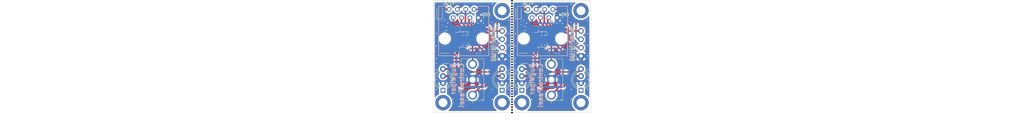
<source format=kicad_pcb>
(kicad_pcb (version 20221018) (generator pcbnew)
  (layers (0 "F.Cu" signal) (31 "B.Cu" signal) (34 "B.Paste" user) (35 "F.Paste" user) (36 "B.SilkS" user "B.Silkscreen") (37 "F.SilkS" user "F.Silkscreen") (38 "B.Mask" user) (39 "F.Mask" user) (44 "Edge.Cuts" user))
  (net 0 "")
  (net 1 "Board_0-+5V")
  (net 2 "Board_0-GND1")
  (net 3 "Board_0-IN1")
  (net 4 "Board_0-IN2")
  (net 5 "Board_0-IN3")
  (net 6 "Board_0-IN4")
  (net 7 "Board_0-Net-(D2-K)")
  (net 8 "Board_0-Net-(U1-VIN)")
  (net 9 "Board_0-OUT1")
  (net 10 "Board_0-OUT2")
  (net 11 "Board_0-OUT_1")
  (net 12 "Board_0-V_IN")
  (net 13 "Board_0-unconnected-(D1-DO-Pad1)")
  (net 14 "Board_0-unconnected-(D3-DO-Pad1)")
  (net 15 "Board_0-unconnected-(U2-NC-Pad1)")
  (net 16 "Board_1-+5V")
  (net 17 "Board_1-GND1")
  (net 18 "Board_1-IN1")
  (net 19 "Board_1-IN2")
  (net 20 "Board_1-IN3")
  (net 21 "Board_1-IN4")
  (net 22 "Board_1-Net-(D2-K)")
  (net 23 "Board_1-Net-(U1-VIN)")
  (net 24 "Board_1-OUT1")
  (net 25 "Board_1-OUT2")
  (net 26 "Board_1-OUT_1")
  (net 27 "Board_1-V_IN")
  (net 28 "Board_1-unconnected-(D1-DO-Pad1)")
  (net 29 "Board_1-unconnected-(D3-DO-Pad1)")
  (net 30 "Board_1-unconnected-(U2-NC-Pad1)")
  (footprint "NPTH" (layer "F.Cu") (at 148.5 35.380953)
    (fp_text reference "KiKit_MB_1_20" hide)
    (fp_text value "NPTH" hide)
  )
  (footprint "Package_TO_SOT_SMD:SOT-23-5" (layer "F.Cu") (at 152.5 37.5)
    (fp_text reference "U2" hide)
    (fp_text value "SN74LV1T34DBV" hide)
  )
  (footprint "NPTH" (layer "F.Cu") (at 148.5 32.142858)
    (fp_text reference "KiKit_MB_1_16" hide)
    (fp_text value "NPTH" hide)
  )
  (footprint "BugWiper_lib:100SP4T1B4M2QE" (layer "F.Cu") (at 160.5 44 90)
    (fp_text reference "S1" hide)
    (fp_text value "100SP4T1B4M2QE" hide)
  )
  (footprint "NPTH" (layer "F.Cu") (at 148.5 52.380952)
    (fp_text reference "KiKit_MB_1_41" hide)
    (fp_text value "NPTH" hide)
  )
  (footprint "Package_TO_SOT_SMD:SOT-89-3" (layer "F.Cu") (at 157.75 31.739)
    (fp_text reference "U1" hide)
    (fp_text value "AP2204R-5.0" hide)
  )
  (footprint "NPTH" (layer "F.Cu") (at 148.5 45.904761)
    (fp_text reference "KiKit_MB_1_33" hide)
    (fp_text value "NPTH" hide)
  )
  (footprint "NPTH" (layer "F.Cu") (at 148.5 25.666667)
    (fp_text reference "KiKit_MB_1_8" hide)
    (fp_text value "NPTH" hide)
  )
  (footprint "NPTH" (layer "F.Cu") (at 148.5 37.809523)
    (fp_text reference "KiKit_MB_1_23" hide)
    (fp_text value "NPTH" hide)
  )
  (footprint "NPTH" (layer "F.Cu") (at 148.5 39.428571)
    (fp_text reference "KiKit_MB_1_25" hide)
    (fp_text value "NPTH" hide)
  )
  (footprint "NPTH" (layer "F.Cu") (at 148.5 42.666666)
    (fp_text reference "KiKit_MB_1_29" hide)
    (fp_text value "NPTH" hide)
  )
  (footprint "NPTH" (layer "F.Cu") (at 148.5 31.333334)
    (fp_text reference "KiKit_MB_1_15" hide)
    (fp_text value "NPTH" hide)
  )
  (footprint "Package_TO_SOT_SMD:SOT-23-5" (layer "F.Cu") (at 128.5 37.5)
    (fp_text reference "U2" hide)
    (fp_text value "SN74LV1T34DBV" hide)
  )
  (footprint "Diode_SMD:D_SOD-323_HandSoldering" (layer "F.Cu") (at 150.47 23.5 90)
    (fp_text reference "D2" hide)
    (fp_text value "CUS15S30,H3F" hide)
  )
  (footprint "BugWiper_lib:100SP4T1B4M2QE" (layer "F.Cu") (at 136.5 44 90)
    (fp_text reference "S1" hide)
    (fp_text value "100SP4T1B4M2QE" hide)
  )
  (footprint "Inductor_SMD:L_0805_2012Metric" (layer "F.Cu") (at 128.5 28.438)
    (fp_text reference "L1" hide)
    (fp_text value "L_Ferrite" hide)
  )
  (footprint "NPTH" (layer "F.Cu") (at 148.5 21.619048)
    (fp_text reference "KiKit_MB_1_3" hide)
    (fp_text value "NPTH" hide)
  )
  (footprint "NPTH" (layer "F.Cu") (at 148.5 38.619047)
    (fp_text reference "KiKit_MB_1_24" hide)
    (fp_text value "NPTH" hide)
  )
  (footprint "MountingHole:MountingHole_2.7mm_M2.5_DIN965_Pad" (layer "F.Cu") (at 145.5 23)
    (fp_text reference "H1" hide)
    (fp_text value "MountingHole" hide)
  )
  (footprint "NPTH" (layer "F.Cu") (at 148.5 20.809524)
    (fp_text reference "KiKit_MB_1_2" hide)
    (fp_text value "NPTH" hide)
  )
  (footprint "MountingHole:MountingHole_2.7mm_M2.5_DIN965_Pad" (layer "F.Cu") (at 151.5 51)
    (fp_text reference "H2" hide)
    (fp_text value "MountingHole" hide)
  )
  (footprint "NPTH" (layer "F.Cu") (at 148.5 43.47619)
    (fp_text reference "KiKit_MB_1_30" hide)
    (fp_text value "NPTH" hide)
  )
  (footprint "NPTH" (layer "F.Cu") (at 148.5 20)
    (fp_text reference "KiKit_MB_1_1" hide)
    (fp_text value "NPTH" hide)
  )
  (footprint "NPTH" (layer "F.Cu") (at 148.5 40.238095)
    (fp_text reference "KiKit_MB_1_26" hide)
    (fp_text value "NPTH" hide)
  )
  (footprint "LED_THT:LED_D5.0mm-4_RGB_Wide_Pins" (layer "F.Cu") (at 127.5 44 90)
    (fp_text reference "D1" hide)
    (fp_text value "APA-106-F5" hide)
  )
  (footprint "Capacitor_SMD:C_0603_1608Metric" (layer "F.Cu") (at 132.5 28.438)
    (fp_text reference "C1" hide)
    (fp_text value "100nF" hide)
  )
  (footprint "MountingHole:MountingHole_2.7mm_M2.5_DIN965_Pad" (layer "F.Cu") (at 169.5 23)
    (fp_text reference "H1" hide)
    (fp_text value "MountingHole" hide)
  )
  (footprint "MountingHole:MountingHole_2.7mm_M2.5_DIN965_Pad" (layer "F.Cu") (at 145.5 51)
    (fp_text reference "H3" hide)
    (fp_text value "MountingHole" hide)
  )
  (footprint "Package_TO_SOT_SMD:SOT-89-3" (layer "F.Cu") (at 133.75 31.739)
    (fp_text reference "U1" hide)
    (fp_text value "AP2204R-5.0" hide)
  )
  (footprint "NPTH" (layer "F.Cu") (at 148.5 47.523809)
    (fp_text reference "KiKit_MB_1_35" hide)
    (fp_text value "NPTH" hide)
  )
  (footprint "NPTH" (layer "F.Cu") (at 148.5 27.285715)
    (fp_text reference "KiKit_MB_1_10" hide)
    (fp_text value "NPTH" hide)
  )
  (footprint "NPTH" (layer "F.Cu") (at 148.5 26.476191)
    (fp_text reference "KiKit_MB_1_9" hide)
    (fp_text value "NPTH" hide)
  )
  (footprint "NPTH" (layer "F.Cu") (at 148.5 34.571429)
    (fp_text reference "KiKit_MB_1_19" hide)
    (fp_text value "NPTH" hide)
  )
  (footprint "NPTH" (layer "F.Cu") (at 148.5 44.285714)
    (fp_text reference "KiKit_MB_1_31" hide)
    (fp_text value "NPTH" hide)
  )
  (footprint "NPTH" (layer "F.Cu") (at 148.5 37)
    (fp_text reference "KiKit_MB_1_22" hide)
    (fp_text value "NPTH" hide)
  )
  (footprint "NPTH" (layer "F.Cu") (at 148.5 22.428572)
    (fp_text reference "KiKit_MB_1_4" hide)
    (fp_text value "NPTH" hide)
  )
  (footprint "Capacitor_SMD:C_0603_1608Metric" (layer "F.Cu") (at 156.5 35)
    (fp_text reference "C2" hide)
    (fp_text value "470nF" hide)
  )
  (footprint "NPTH" (layer "F.Cu") (at 148.5 48.333333)
    (fp_text reference "KiKit_MB_1_36" hide)
    (fp_text value "NPTH" hide)
  )
  (footprint "Capacitor_SMD:C_0603_1608Metric" (layer "F.Cu") (at 127.273 26.787)
    (fp_text reference "C3" hide)
    (fp_text value "100nF" hide)
  )
  (footprint "MountingHole:MountingHole_2.7mm_M2.5_DIN965_Pad" (layer "F.Cu") (at 127.5 51)
    (fp_text reference "H2" hide)
    (fp_text value "MountingHole" hide)
  )
  (footprint "NPTH" (layer "F.Cu") (at 148.5 45.095238)
    (fp_text reference "KiKit_MB_1_32" hide)
    (fp_text value "NPTH" hide)
  )
  (footprint "NPTH" (layer "F.Cu") (at 148.5 36.190477)
    (fp_text reference "KiKit_MB_1_21" hide)
    (fp_text value "NPTH" hide)
  )
  (footprint "NPTH" (layer "F.Cu") (at 148.5 32.952381)
    (fp_text reference "KiKit_MB_1_17" hide)
    (fp_text value "NPTH" hide)
  )
  (footprint "NPTH" (layer "F.Cu") (at 148.5 41.857142)
    (fp_text reference "KiKit_MB_1_28" hide)
    (fp_text value "NPTH" hide)
  )
  (footprint "NPTH" (layer "F.Cu") (at 148.5 50.761904)
    (fp_text reference "KiKit_MB_1_39" hide)
    (fp_text value "NPTH" hide)
  )
  (footprint "NPTH" (layer "F.Cu") (at 148.5 24.857143)
    (fp_text reference "KiKit_MB_1_7" hide)
    (fp_text value "NPTH" hide)
  )
  (footprint "NPTH" (layer "F.Cu") (at 148.5 24.04762)
    (fp_text reference "KiKit_MB_1_6" hide)
    (fp_text value "NPTH" hide)
  )
  (footprint "NPTH" (layer "F.Cu") (at 148.5 30.52381)
    (fp_text reference "KiKit_MB_1_14" hide)
    (fp_text value "NPTH" hide)
  )
  (footprint "Capacitor_SMD:C_0603_1608Metric" (layer "F.Cu") (at 151.273 26.787)
    (fp_text reference "C3" hide)
    (fp_text value "100nF" hide)
  )
  (footprint "NPTH" (layer "F.Cu") (at 148.5 23.238096)
    (fp_text reference "KiKit_MB_1_5" hide)
    (fp_text value "NPTH" hide)
  )
  (footprint "LED_THT:LED_D5.0mm-4_RGB_Wide_Pins" (layer "F.Cu") (at 145.5 44 90)
    (fp_text reference "D3" hide)
    (fp_text value "APA-106-F5" hide)
  )
  (footprint "NPTH" (layer "F.Cu") (at 148.5 46.714285)
    (fp_text reference "KiKit_MB_1_34" hide)
    (fp_text value "NPTH" hide)
  )
  (footprint "NPTH" (layer "F.Cu") (at 148.5 28.095239)
    (fp_text reference "KiKit_MB_1_11" hide)
    (fp_text value "NPTH" hide)
  )
  (footprint "LED_THT:LED_D5.0mm-4_RGB_Wide_Pins" (layer "F.Cu") (at 151.5 44 90)
    (fp_text reference "D1" hide)
    (fp_text value "APA-106-F5" hide)
  )
  (footprint "NPTH" (layer "F.Cu") (at 148.5 49.95238)
    (fp_text reference "KiKit_MB_1_38" hide)
    (fp_text value "NPTH" hide)
  )
  (footprint "Capacitor_SMD:C_0603_1608Metric" (layer "F.Cu") (at 132.5 35)
    (fp_text reference "C2" hide)
    (fp_text value "470nF" hide)
  )
  (footprint "Diode_SMD:D_SOD-323_HandSoldering" (layer "F.Cu") (at 126.47 23.5 90)
    (fp_text reference "D2" hide)
    (fp_text value "CUS15S30,H3F" hide)
  )
  (footprint "NPTH" (layer "F.Cu") (at 148.5 28.904762)
    (fp_text reference "KiKit_MB_1_12" hide)
    (fp_text value "NPTH" hide)
  )
  (footprint "Inductor_SMD:L_0805_2012Metric" (layer "F.Cu") (at 152.5 28.438)
    (fp_text reference "L1" hide)
    (fp_text value "L_Ferrite" hide)
  )
  (footprint "Capacitor_SMD:C_0603_1608Metric" (layer "F.Cu") (at 156.5 28.438)
    (fp_text reference "C1" hide)
    (fp_text value "100nF" hide)
  )
  (footprint "NPTH" (layer "F.Cu") (at 148.5 51.571428)
    (fp_text reference "KiKit_MB_1_40" hide)
    (fp_text value "NPTH" hide)
  )
  (footprint "NPTH" (layer "F.Cu") (at 148.5 49.142857)
    (fp_text reference "KiKit_MB_1_37" hide)
    (fp_text value "NPTH" hide)
  )
  (footprint "NPTH" (layer "F.Cu") (at 148.5 33.761905)
    (fp_text reference "KiKit_MB_1_18" hide)
    (fp_text value "NPTH" hide)
  )
  (footprint "LED_THT:LED_D5.0mm-4_RGB_Wide_Pins" (layer "F.Cu") (at 169.5 44 90)
    (fp_text reference "D3" hide)
    (fp_text value "APA-106-F5" hide)
  )
  (footprint "NPTH" (layer "F.Cu") (at 148.5 53.190476)
    (fp_text reference "KiKit_MB_1_42" hide)
    (fp_text value "NPTH" hide)
  )
  (footprint "NPTH" (layer "F.Cu") (at 148.5 29.714286)
    (fp_text reference "KiKit_MB_1_13" hide)
    (fp_text value "NPTH" hide)
  )
  (footprint "MountingHole:MountingHole_2.7mm_M2.5_DIN965_Pad" (layer "F.Cu") (at 169.5 51)
    (fp_text reference "H3" hide)
    (fp_text value "MountingHole" hide)
  )
  (footprint "NPTH" (layer "F.Cu") (at 148.5 54)
    (fp_text reference "KiKit_MB_1_43" hide)
    (fp_text value "NPTH" hide)
  )
  (footprint "NPTH" (layer "F.Cu") (at 148.5 41.047619)
    (fp_text reference "KiKit_MB_1_27" hide)
    (fp_text value "NPTH" hide)
  )
  (footprint "Connector_PinHeader_2.54mm:PinHeader_1x04_P2.54mm_Vertical" (layer "B.Cu") (at 169.5 36.8)
    (fp_text reference "J2" hide)
    (fp_text value "Conn_01x03_Socket" hide)
  )
  (footprint "BugWiper_lib:MJ3415882" (layer "B.Cu") (at 138.23 25.15 180)
    (fp_text reference "J1" hide)
    (fp_text value "RJ45" hide)
  )
  (footprint "BugWiper_lib:MJ3415882" (layer "B.Cu") (at 162.23 25.15 180)
    (fp_text reference "J1" hide)
    (fp_text value "RJ45" hide)
  )
  (footprint "Connector_PinHeader_2.54mm:PinHeader_1x04_P2.54mm_Vertical" (layer "B.Cu") (at 145.5 36.8)
    (fp_text reference "J2" hide)
    (fp_text value "Conn_01x03_Socket" hide)
  )
  (gr_line (start 172.499999 20.006111) (end 172.499876 20.001098) (stroke (width 0.1)) (layer "Edge.Cuts"))
  (gr_line (start 172.493888 53.999999) (end 172.498901 53.999876) (stroke (width 0.1)) (layer "Edge.Cuts"))
  (gr_line (start 124.506111 20) (end 124.501098 20.000123) (stroke (width 0.1)) (layer "Edge.Cuts"))
  (gr_line (start 124.501098 53.999876) (end 124.506111 53.999999) (stroke (width 0.1)) (layer "Edge.Cuts"))
  (gr_line (start 124.5 53.993888) (end 124.500123 53.998901) (stroke (width 0.1)) (layer "Edge.Cuts"))
  (gr_line (start 172.493863 20) (end 124.506136 20) (stroke (width 0.1)) (layer "Edge.Cuts"))
  (gr_line (start 172.5 53.993863) (end 172.5 20.006136) (stroke (width 0.1)) (layer "Edge.Cuts"))
  (gr_line (start 124.5 20.006136) (end 124.5 53.993863) (stroke (width 0.1)) (layer "Edge.Cuts"))
  (gr_line (start 172.498901 20.000123) (end 172.493888 20) (stroke (width 0.1)) (layer "Edge.Cuts"))
  (gr_line (start 124.506136 54) (end 172.493863 54) (stroke (width 0.1)) (layer "Edge.Cuts"))
  (gr_line (start 172.499876 53.998901) (end 172.499999 53.993888) (stroke (width 0.1)) (layer "Edge.Cuts"))
  (gr_line (start 124.500123 20.001098) (end 124.5 20.006111) (stroke (width 0.1)) (layer "Edge.Cuts"))
  (gr_text "BugWiper" (at 131.472 38.852 90) (layer "B.SilkS") (effects (font (size 1.5 1.4) (thickness 0.3) bold) (justify left bottom mirror)))
  (gr_text "IN4|IN3|O2|GND" (at 143.25 27.75 90) (layer "B.SilkS") (effects (font (size 1.1 0.82) (thickness 0.15) bold) (justify left bottom mirror)))
  (gr_text "BugWiper" (at 155.472 38.852 90) (layer "B.SilkS") (effects (font (size 1.5 1.4) (thickness 0.3) bold) (justify left bottom mirror)))
  (gr_text "IN4|IN3|O2|GND" (at 167.25 27.75 90) (layer "B.SilkS") (effects (font (size 1.1 0.82) (thickness 0.15) bold) (justify left bottom mirror)))
  (gr_text "ControlPanel" (at 134.012 38.852 90) (layer "B.SilkS") (effects (font (size 1.5 1.4) (thickness 0.3) bold) (justify left bottom mirror)))
  (gr_text "ControlPanel" (at 158.012 38.852 90) (layer "B.SilkS") (effects (font (size 1.5 1.4) (thickness 0.3) bold) (justify left bottom mirror)))
  (gr_text "+12V" (at 155.25 20.25 180) (layer "F.SilkS") (effects (font (size 1 0.8) (thickness 0.15) bold) (justify left bottom)))
  (gr_text "+12V" (at 131.25 20.25 180) (layer "F.SilkS") (effects (font (size 1 0.8) (thickness 0.15) bold) (justify left bottom)))
  (gr_text "GND|O2|IN3|IN4" (at 143.75 38.5 90) (layer "F.SilkS") (effects (font (size 1.1 0.82) (thickness 0.15) bold) (justify left bottom)))
  (gr_text "GND|O2|IN3|IN4" (at 167.75 38.5 90) (layer "F.SilkS") (effects (font (size 1.1 0.82) (thickness 0.15) bold) (justify left bottom)))
  (gr_text "GND" (at 142 23.5 180) (layer "F.SilkS") (effects (font (size 1 0.8) (thickness 0.15) bold) (justify left bottom)))
  (gr_text "GND" (at 166 23.5 180) (layer "F.SilkS") (effects (font (size 1 0.8) (thickness 0.15) bold) (justify left bottom)))
  (segment (start 129.6875 36.5) (end 129.6375 36.55) (width 0.7) (layer "F.Cu") (net 1))
  (segment (start 131.5356 36.55) (end 129.6375 36.55) (width 0.7) (layer "F.Cu") (net 1))
  (segment (start 131.5856 43) (end 131.5061 42.9205) (width 0.7) (layer "F.Cu") (net 1))
  (segment (start 131.5856 39.5) (end 131.5856 44.8156) (width 0.7) (layer "F.Cu") (net 1))
  (segment (start 131.8 33.239) (end 131.8 34.925) (width 0.7) (layer "F.Cu") (net 1))
  (segment (start 131.725 35) (end 131.725 36.3606) (width 0.7) (layer "F.Cu") (net 1))
  (segment (start 131.5856 36.5) (end 129.6875 36.5) (width 0.7) (layer "F.Cu") (net 1))
  (segment (start 131.5061 42.9205) (end 127.5 42.9205) (width 0.7) (layer "F.Cu") (net 1))
  (segment (start 140.1 46.218) (end 143.3975 42.9205) (width 0.7) (layer "F.Cu") (net 1))
  (segment (start 143.3975 42.9205) (end 145.0555 42.9205) (width 0.7) (layer "F.Cu") (net 1))
  (segment (start 131.8 34.925) (end 131.725 35) (width 0.7) (layer "F.Cu") (net 1))
  (segment (start 131.725 36.3606) (end 131.5356 36.55) (width 0.7) (layer "F.Cu") (net 1))
  (segment (start 145.0555 42.9205) (end 145.5 43.365) (width 0.7) (layer "F.Cu") (net 1))
  (segment (start 131.5856 44.8156) (end 132.988 46.218) (width 0.7) (layer "F.Cu") (net 1))
  (via (at 132.988 46.218) (size 0.6) (drill 0.3) (layers "F.Cu" "B.Cu") (net 1))
  (via (at 131.5856 36.5) (size 0.6) (drill 0.3) (layers "F.Cu" "B.Cu") (net 1))
  (via (at 140.1 46.218) (size 0.6) (drill 0.3) (layers "F.Cu" "B.Cu") (net 1))
  (via (at 131.5856 39.5) (size 0.6) (drill 0.3) (layers "F.Cu" "B.Cu") (net 1))
  (segment (start 132.988 46.218) (end 140.1 46.218) (width 0.7) (layer "B.Cu") (net 1))
  (segment (start 131.5856 39.5) (end 131.5856 36.5) (width 0.7) (layer "B.Cu") (net 1))
  (segment (start 132.582 31.739) (end 133.275 31.046) (width 0.7) (layer "F.Cu") (net 2))
  (segment (start 131.8875 31.739) (end 132.582 31.739) (width 0.7) (layer "F.Cu") (net 2))
  (segment (start 133.275 31.046) (end 133.275 28.437) (width 0.7) (layer "F.Cu") (net 2))
  (via (at 133.5 50) (size 0.6) (drill 0.3) (layers "F.Cu" "B.Cu") (net 2))
  (via (at 142.5 47) (size 0.6) (drill 0.3) (layers "F.Cu" "B.Cu") (net 2))
  (via (at 143.5 36.75) (size 0.6) (drill 0.3) (layers "F.Cu" "B.Cu") (net 2))
  (via (at 139.8 25.135) (size 0.6) (drill 0.3) (layers "F.Cu" "B.Cu") (net 2))
  (via (at 128.924 26.787) (size 0.6) (drill 0.3) (layers "F.Cu" "B.Cu") (net 2))
  (via (at 134.5 30.5) (size 0.6) (drill 0.3) (layers "F.Cu" "B.Cu") (net 2))
  (via (at 147.5 30) (size 0.6) (drill 0.3) (layers "F.Cu" "B.Cu") (net 2))
  (via (at 133.5 29.5) (size 0.6) (drill 0.3) (layers "F.Cu" "B.Cu") (net 2))
  (via (at 134.512 42.662) (size 0.6) (drill 0.3) (layers "F.Cu" "B.Cu") (net 2))
  (via (at 139.5 50) (size 0.6) (drill 0.3) (layers "F.Cu" "B.Cu") (net 2))
  (via (at 147.5 26) (size 0.6) (drill 0.3) (layers "F.Cu" "B.Cu") (net 2))
  (via (at 147.5 41) (size 0.6) (drill 0.3) (layers "F.Cu" "B.Cu") (net 2))
  (via (at 125.5 41) (size 0.6) (drill 0.3) (layers "F.Cu" "B.Cu") (net 2))
  (via (at 125.5 47) (size 0.6) (drill 0.3) (layers "F.Cu" "B.Cu") (net 2))
  (via (at 142.5 26.5) (size 0.6) (drill 0.3) (layers "F.Cu" "B.Cu") (net 2))
  (via (at 147.5 47) (size 0.6) (drill 0.3) (layers "F.Cu" "B.Cu") (net 2))
  (via (at 125.5 44) (size 0.6) (drill 0.3) (layers "F.Cu" "B.Cu") (net 2))
  (via (at 127.75 21) (size 0.6) (drill 0.3) (layers "F.Cu" "B.Cu") (net 2))
  (via (at 128.035 25.898) (size 0.6) (drill 0.3) (layers "F.Cu" "B.Cu") (net 2))
  (via (at 125.5 37.5) (size 0.6) (drill 0.3) (layers "F.Cu" "B.Cu") (net 2))
  (via (at 137.75 36) (size 0.6) (drill 0.3) (layers "F.Cu" "B.Cu") (net 2))
  (via (at 147.5 33.5) (size 0.6) (drill 0.3) (layers "F.Cu" "B.Cu") (net 2))
  (via (at 142.5 35.5) (size 0.6) (drill 0.3) (layers "F.Cu" "B.Cu") (net 2))
  (via (at 142.5 21) (size 0.6) (drill 0.3) (layers "F.Cu" "B.Cu") (net 2))
  (via (at 125.5 39) (size 0.6) (drill 0.3) (layers "F.Cu" "B.Cu") (net 2))
  (via (at 134.512 45.202) (size 0.6) (drill 0.3) (layers "F.Cu" "B.Cu") (net 2))
  (via (at 142.5 50) (size 0.6) (drill 0.3) (layers "F.Cu" "B.Cu") (net 2))
  (via (at 125.5 30) (size 0.6) (drill 0.3) (layers "F.Cu" "B.Cu") (net 2))
  (via (at 133.5 30.5) (size 0.6) (drill 0.3) (layers "F.Cu" "B.Cu") (net 2))
  (via (at 133.5 33.5) (size 0.6) (drill 0.3) (layers "F.Cu" "B.Cu") (net 2))
  (via (at 135.5 33.5) (size 0.6) (drill 0.3) (layers "F.Cu" "B.Cu") (net 2))
  (via (at 134.5 33.5) (size 0.6) (drill 0.3) (layers "F.Cu" "B.Cu") (net 2))
  (via (at 138.2 26.8) (size 0.6) (drill 0.3) (layers "F.Cu" "B.Cu") (net 2))
  (via (at 139.8 26.8) (size 0.6) (drill 0.3) (layers "F.Cu" "B.Cu") (net 2))
  (via (at 138.75 36) (size 0.6) (drill 0.3) (layers "F.Cu" "B.Cu") (net 2))
  (via (at 147.5 36.75) (size 0.6) (drill 0.3) (layers "F.Cu" "B.Cu") (net 2))
  (via (at 134.5 34.5) (size 0.6) (drill 0.3) (layers "F.Cu" "B.Cu") (net 2))
  (via (at 130.5 50) (size 0.6) (drill 0.3) (layers "F.Cu" "B.Cu") (net 2))
  (via (at 138.576 45.202) (size 0.6) (drill 0.3) (layers "F.Cu" "B.Cu") (net 2))
  (via (at 147.5 44) (size 0.6) (drill 0.3) (layers "F.Cu" "B.Cu") (net 2))
  (via (at 125.5 33.75) (size 0.6) (drill 0.3) (layers "F.Cu" "B.Cu") (net 2))
  (via (at 138.576 42.662) (size 0.6) (drill 0.3) (layers "F.Cu" "B.Cu") (net 2))
  (segment (start 137.25 29.4888) (end 137.25 29.5) (width 0.5) (layer "F.Cu") (net 3))
  (segment (start 140 45.048) (end 136.848 48.2) (width 0.5) (layer "F.Cu") (net 3))
  (segment (start 137.25 29.5) (end 137.375 29.625) (width 0.5) (layer "F.Cu") (net 3))
  (segment (start 137.375 32.875) (end 140 35.5) (width 0.5) (layer "F.Cu") (net 3))
  (segment (start 136.848 48.2) (end 136.5 48.2) (width 0.5) (layer "F.Cu") (net 3))
  (segment (start 134.323 22.798) (end 134.323 26.5618) (width 0.5) (layer "F.Cu") (net 3))
  (segment (start 140 35.5) (end 140 45.048) (width 0.5) (layer "F.Cu") (net 3))
  (segment (start 137.375 29.625) (end 137.375 32.875) (width 0.5) (layer "F.Cu") (net 3))
  (segment (start 134.323 26.5618) (end 137.25 29.4888) (width 0.5) (layer "F.Cu") (net 3))
  (segment (start 134.135 22.61) (end 134.323 22.798) (width 0.5) (layer "F.Cu") (net 3))
  (segment (start 133.074 25.359) (end 133.074 26.50595) (width 0.5) (layer "F.Cu") (net 4))
  (segment (start 132.865 25.15) (end 133.074 25.359) (width 0.5) (layer "F.Cu") (net 4))
  (segment (start 136.5 29.93195) (end 136.5 38.8) (width 0.5) (layer "F.Cu") (net 4))
  (segment (start 133.074 26.50595) (end 136.5 29.93195) (width 0.5) (layer "F.Cu") (net 4))
  (segment (start 133.49 21) (end 131.88 22.61) (width 0.5) (layer "F.Cu") (net 5))
  (segment (start 144 27.5) (end 144 26.2) (width 0.5) (layer "F.Cu") (net 5))
  (segment (start 138.8 21) (end 133.49 21) (width 0.5) (layer "F.Cu") (net 5))
  (segment (start 144 26.2) (end 138.8 21) (width 0.5) (layer "F.Cu") (net 5))
  (via (at 144 27.5) (size 0.8) (drill 0.4) (layers "F.Cu" "B.Cu") (net 5))
  (segment (start 144.72 31.72) (end 145.5 31.72) (width 0.5) (layer "B.Cu") (net 5))
  (segment (start 144 27.5) (end 144 31) (width 0.5) (layer "B.Cu") (net 5))
  (segment (start 144 31) (end 144.72 31.72) (width 0.5) (layer "B.Cu") (net 5))
  (segment (start 136.45 26.65) (end 138.3 28.5) (width 0.5) (layer "F.Cu") (net 6))
  (segment (start 140.889949 28.5) (end 141.589949 29.2) (width 0.5) (layer "F.Cu") (net 6))
  (segment (start 145.48 29.2) (end 145.5 29.18) (width 0.5) (layer "F.Cu") (net 6))
  (segment (start 138.3 28.5) (end 140.889949 28.5) (width 0.5) (layer "F.Cu") (net 6))
  (segment (start 141.589949 29.2) (end 145.48 29.2) (width 0.5) (layer "F.Cu") (net 6))
  (segment (start 136.45 26.398959) (end 136.45 26.65) (width 0.5) (layer "F.Cu") (net 6))
  (via (at 136.45 26.398959) (size 0.8) (drill 0.4) (layers "F.Cu" "B.Cu") (net 6))
  (segment (start 136.030959 26.818) (end 131.272 26.818) (width 0.5) (layer "B.Cu") (net 6))
  (segment (start 136.45 26.398959) (end 136.030959 26.818) (width 0.5) (layer "B.Cu") (net 6))
  (segment (start 130.61 25.15) (end 130.825 25.15) (width 0.5) (layer "B.Cu") (net 6))
  (segment (start 130.61 26.156) (end 130.61 25.15) (width 0.5) (layer "B.Cu") (net 6))
  (segment (start 131.272 26.818) (end 130.61 26.156) (width 0.5) (layer "B.Cu") (net 6))
  (segment (start 126.47 25.15) (end 126.47 27.4705) (width 0.7) (layer "F.Cu") (net 7))
  (segment (start 126.47 27.4705) (end 127.4375 28.438) (width 0.7) (layer "F.Cu") (net 7))
  (segment (start 131.75 30.189) (end 131.8 30.239) (width 0.7) (layer "F.Cu") (net 8))
  (segment (start 131.725 28.437) (end 131.75 28.462) (width 0.7) (layer "F.Cu") (net 8))
  (segment (start 131.75 28.462) (end 131.75 30.189) (width 0.7) (layer "F.Cu") (net 8))
  (segment (start 129.5635 28.057) (end 129.5635 28.437) (width 0.7) (layer "F.Cu") (net 8))
  (segment (start 129.5635 28.437) (end 131.725 28.437) (width 0.7) (layer "F.Cu") (net 8))
  (segment (start 132.774 37.5) (end 127.3625 37.5) (width 0.5) (layer "F.Cu") (net 9))
  (segment (start 139.1538 22.61) (end 136.96 22.61) (width 0.5) (layer "F.Cu") (net 9))
  (segment (start 141.5 28) (end 141.051167 27.551167) (width 0.5) (layer "F.Cu") (net 9))
  (segment (start 135.528 34.534) (end 135.528 34.746) (width 0.5) (layer "F.Cu") (net 9))
  (segment (start 135.528 34.746) (end 132.774 37.5) (width 0.5) (layer "F.Cu") (net 9))
  (segment (start 141.051167 27.551167) (end 141.051167 24.507367) (width 0.5) (layer "F.Cu") (net 9))
  (segment (start 141.051167 24.507367) (end 139.1538 22.61) (width 0.5) (layer "F.Cu") (net 9))
  (via (at 135.528 34.534) (size 0.6) (drill 0.3) (layers "F.Cu" "B.Cu") (net 9))
  (via (at 141.5 28) (size 0.6) (drill 0.3) (layers "F.Cu" "B.Cu") (net 9))
  (segment (start 141.625 32.380204) (end 139.471204 34.534) (width 0.5) (layer "B.Cu") (net 9))
  (segment (start 141.5 28) (end 141.625 28.125) (width 0.5) (layer "B.Cu") (net 9))
  (segment (start 139.471204 34.534) (end 135.528 34.534) (width 0.5) (layer "B.Cu") (net 9))
  (segment (start 141.625 28.125) (end 141.625 32.380204) (width 0.5) (layer "B.Cu") (net 9))
  (segment (start 140.6 29.2) (end 138 29.2) (width 0.5) (layer "F.Cu") (net 10))
  (segment (start 138 29.2) (end 135.4 26.6) (width 0.5) (layer "F.Cu") (net 10))
  (segment (start 135.4 26.6) (end 135.4 25.44) (width 0.5) (layer "F.Cu") (net 10))
  (segment (start 142 30.6) (end 140.6 29.2) (width 0.5) (layer "F.Cu") (net 10))
  (segment (start 142 31.76) (end 142 30.6) (width 0.5) (layer "F.Cu") (net 10))
  (segment (start 144.5 34.26) (end 142 31.76) (width 0.5) (layer "F.Cu") (net 10))
  (segment (start 145.5 34.26) (end 144.5 34.26) (width 0.5) (layer "F.Cu") (net 10))
  (segment (start 135.4 25.44) (end 135.69 25.15) (width 0.5) (layer "F.Cu") (net 10))
  (segment (start 144.5 34.26) (end 144.48 34.28) (width 0.5) (layer "B.Cu") (net 10))
  (segment (start 129.5 40.7615) (end 127.5 40.7615) (width 0.5) (layer "F.Cu") (net 11))
  (segment (start 144.6155 41.646) (end 145.5 40.7615) (width 0.5) (layer "F.Cu") (net 11))
  (segment (start 129.6375 38.45) (end 129.5 38.5875) (width 0.5) (layer "F.Cu") (net 11))
  (segment (start 135.274 41.646) (end 132.128 38.5) (width 0.5) (layer "F.Cu") (net 11))
  (segment (start 129.6875 38.5) (end 129.6375 38.45) (width 0.5) (layer "F.Cu") (net 11))
  (segment (start 137 41.646) (end 135.274 41.646) (width 0.5) (layer "F.Cu") (net 11))
  (segment (start 132.128 38.5) (end 129.6875 38.5) (width 0.5) (layer "F.Cu") (net 11))
  (segment (start 141 41.646) (end 144.6155 41.646) (width 0.5) (layer "F.Cu") (net 11))
  (segment (start 129.5 38.5875) (end 129.5 40.7615) (width 0.5) (layer "F.Cu") (net 11))
  (via (at 141 41.646) (size 0.6) (drill 0.3) (layers "F.Cu" "B.Cu") (net 11))
  (via (at 137 41.646) (size 0.6) (drill 0.3) (layers "F.Cu" "B.Cu") (net 11))
  (segment (start 137 41.646) (end 141 41.646) (width 0.5) (layer "B.Cu") (net 11))
  (segment (start 126.83 22.61) (end 129.055 22.61) (width 0.7) (layer "F.Cu") (net 12))
  (segment (start 126.47 22.25) (end 126.83 22.61) (width 0.7) (layer "F.Cu") (net 12))
  (segment (start 155.5856 39.5) (end 155.5856 44.8156) (width 0.7) (layer "F.Cu") (net 16))
  (segment (start 155.8 33.239) (end 155.8 34.925) (width 0.7) (layer "F.Cu") (net 16))
  (segment (start 169.0555 42.9205) (end 169.5 43.365) (width 0.7) (layer "F.Cu") (net 16))
  (segment (start 164.1 46.218) (end 167.3975 42.9205) (width 0.7) (layer "F.Cu") (net 16))
  (segment (start 155.5061 42.9205) (end 151.5 42.9205) (width 0.7) (layer "F.Cu") (net 16))
  (segment (start 167.3975 42.9205) (end 169.0555 42.9205) (width 0.7) (layer "F.Cu") (net 16))
  (segment (start 155.5856 44.8156) (end 156.988 46.218) (width 0.7) (layer "F.Cu") (net 16))
  (segment (start 155.725 35) (end 155.725 36.3606) (width 0.7) (layer "F.Cu") (net 16))
  (segment (start 155.8 34.925) (end 155.725 35) (width 0.7) (layer "F.Cu") (net 16))
  (segment (start 155.5856 36.5) (end 153.6875 36.5) (width 0.7) (layer "F.Cu") (net 16))
  (segment (start 155.5356 36.55) (end 153.6375 36.55) (width 0.7) (layer "F.Cu") (net 16))
  (segment (start 153.6875 36.5) (end 153.6375 36.55) (width 0.7) (layer "F.Cu") (net 16))
  (segment (start 155.725 36.3606) (end 155.5356 36.55) (width 0.7) (layer "F.Cu") (net 16))
  (segment (start 155.5856 43) (end 155.5061 42.9205) (width 0.7) (layer "F.Cu") (net 16))
  (via (at 164.1 46.218) (size 0.6) (drill 0.3) (layers "F.Cu" "B.Cu") (net 16))
  (via (at 156.988 46.218) (size 0.6) (drill 0.3) (layers "F.Cu" "B.Cu") (net 16))
  (via (at 155.5856 36.5) (size 0.6) (drill 0.3) (layers "F.Cu" "B.Cu") (net 16))
  (via (at 155.5856 39.5) (size 0.6) (drill 0.3) (layers "F.Cu" "B.Cu") (net 16))
  (segment (start 155.5856 39.5) (end 155.5856 36.5) (width 0.7) (layer "B.Cu") (net 16))
  (segment (start 156.988 46.218) (end 164.1 46.218) (width 0.7) (layer "B.Cu") (net 16))
  (segment (start 155.8875 31.739) (end 156.582 31.739) (width 0.7) (layer "F.Cu") (net 17))
  (segment (start 156.582 31.739) (end 157.275 31.046) (width 0.7) (layer "F.Cu") (net 17))
  (segment (start 157.275 31.046) (end 157.275 28.437) (width 0.7) (layer "F.Cu") (net 17))
  (via (at 171.5 33.5) (size 0.6) (drill 0.3) (layers "F.Cu" "B.Cu") (net 17))
  (via (at 171.5 44) (size 0.6) (drill 0.3) (layers "F.Cu" "B.Cu") (net 17))
  (via (at 171.5 47) (size 0.6) (drill 0.3) (layers "F.Cu" "B.Cu") (net 17))
  (via (at 163.5 50) (size 0.6) (drill 0.3) (layers "F.Cu" "B.Cu") (net 17))
  (via (at 158.5 33.5) (size 0.6) (drill 0.3) (layers "F.Cu" "B.Cu") (net 17))
  (via (at 158.5 34.5) (size 0.6) (drill 0.3) (layers "F.Cu" "B.Cu") (net 17))
  (via (at 157.5 29.5) (size 0.6) (drill 0.3) (layers "F.Cu" "B.Cu") (net 17))
  (via (at 149.5 33.75) (size 0.6) (drill 0.3) (layers "F.Cu" "B.Cu") (net 17))
  (via (at 151.75 21) (size 0.6) (drill 0.3) (layers "F.Cu" "B.Cu") (net 17))
  (via (at 158.512 42.662) (size 0.6) (drill 0.3) (layers "F.Cu" "B.Cu") (net 17))
  (via (at 166.5 21) (size 0.6) (drill 0.3) (layers "F.Cu" "B.Cu") (net 17))
  (via (at 158.5 30.5) (size 0.6) (drill 0.3) (layers "F.Cu" "B.Cu") (net 17))
  (via (at 166.5 47) (size 0.6) (drill 0.3) (layers "F.Cu" "B.Cu") (net 17))
  (via (at 157.5 30.5) (size 0.6) (drill 0.3) (layers "F.Cu" "B.Cu") (net 17))
  (via (at 149.5 44) (size 0.6) (drill 0.3) (layers "F.Cu" "B.Cu") (net 17))
  (via (at 163.8 26.8) (size 0.6) (drill 0.3) (layers "F.Cu" "B.Cu") (net 17))
  (via (at 171.5 26) (size 0.6) (drill 0.3) (layers "F.Cu" "B.Cu") (net 17))
  (via (at 162.576 45.202) (size 0.6) (drill 0.3) (layers "F.Cu" "B.Cu") (net 17))
  (via (at 154.5 50) (size 0.6) (drill 0.3) (layers "F.Cu" "B.Cu") (net 17))
  (via (at 152.924 26.787) (size 0.6) (drill 0.3) (layers "F.Cu" "B.Cu") (net 17))
  (via (at 171.5 41) (size 0.6) (drill 0.3) (layers "F.Cu" "B.Cu") (net 17))
  (via (at 161.75 36) (size 0.6) (drill 0.3) (layers "F.Cu" "B.Cu") (net 17))
  (via (at 157.5 33.5) (size 0.6) (drill 0.3) (layers "F.Cu" "B.Cu") (net 17))
  (via (at 163.8 25.135) (size 0.6) (drill 0.3) (layers "F.Cu" "B.Cu") (net 17))
  (via (at 162.2 26.8) (size 0.6) (drill 0.3) (layers "F.Cu" "B.Cu") (net 17))
  (via (at 162.576 42.662) (size 0.6) (drill 0.3) (layers "F.Cu" "B.Cu") (net 17))
  (via (at 149.5 41) (size 0.6) (drill 0.3) (layers "F.Cu" "B.Cu") (net 17))
  (via (at 171.5 36.75) (size 0.6) (drill 0.3) (layers "F.Cu" "B.Cu") (net 17))
  (via (at 166.5 26.5) (size 0.6) (drill 0.3) (layers "F.Cu" "B.Cu") (net 17))
  (via (at 149.5 30) (size 0.6) (drill 0.3) (layers "F.Cu" "B.Cu") (net 17))
  (via (at 171.5 30) (size 0.6) (drill 0.3) (layers "F.Cu" "B.Cu") (net 17))
  (via (at 162.75 36) (size 0.6) (drill 0.3) (layers "F.Cu" "B.Cu") (net 17))
  (via (at 158.512 45.202) (size 0.6) (drill 0.3) (layers "F.Cu" "B.Cu") (net 17))
  (via (at 149.5 39) (size 0.6) (drill 0.3) (layers "F.Cu" "B.Cu") (net 17))
  (via (at 159.5 33.5) (size 0.6) (drill 0.3) (layers "F.Cu" "B.Cu") (net 17))
  (via (at 149.5 47) (size 0.6) (drill 0.3) (layers "F.Cu" "B.Cu") (net 17))
  (via (at 152.035 25.898) (size 0.6) (drill 0.3) (layers "F.Cu" "B.Cu") (net 17))
  (via (at 157.5 50) (size 0.6) (drill 0.3) (layers "F.Cu" "B.Cu") (net 17))
  (via (at 167.5 36.75) (size 0.6) (drill 0.3) (layers "F.Cu" "B.Cu") (net 17))
  (via (at 166.5 35.5) (size 0.6) (drill 0.3) (layers "F.Cu" "B.Cu") (net 17))
  (via (at 166.5 50) (size 0.6) (drill 0.3) (layers "F.Cu" "B.Cu") (net 17))
  (via (at 149.5 37.5) (size 0.6) (drill 0.3) (layers "F.Cu" "B.Cu") (net 17))
  (segment (start 161.375 32.875) (end 164 35.5) (width 0.5) (layer "F.Cu") (net 18))
  (segment (start 161.25 29.4888) (end 161.25 29.5) (width 0.5) (layer "F.Cu") (net 18))
  (segment (start 158.323 22.798) (end 158.323 26.5618) (width 0.5) (layer "F.Cu") (net 18))
  (segment (start 161.25 29.5) (end 161.375 29.625) (width 0.5) (layer "F.Cu") (net 18))
  (segment (start 164 45.048) (end 160.848 48.2) (width 0.5) (layer "F.Cu") (net 18))
  (segment (start 161.375 29.625) (end 161.375 32.875) (width 0.5) (layer "F.Cu") (net 18))
  (segment (start 164 35.5) (end 164 45.048) (width 0.5) (layer "F.Cu") (net 18))
  (segment (start 160.848 48.2) (end 160.5 48.2) (width 0.5) (layer "F.Cu") (net 18))
  (segment (start 158.135 22.61) (end 158.323 22.798) (width 0.5) (layer "F.Cu") (net 18))
  (segment (start 158.323 26.5618) (end 161.25 29.4888) (width 0.5) (layer "F.Cu") (net 18))
  (segment (start 157.074 25.359) (end 157.074 26.50595) (width 0.5) (layer "F.Cu") (net 19))
  (segment (start 156.865 25.15) (end 157.074 25.359) (width 0.5) (layer "F.Cu") (net 19))
  (segment (start 160.5 29.93195) (end 160.5 38.8) (width 0.5) (layer "F.Cu") (net 19))
  (segment (start 157.074 26.50595) (end 160.5 29.93195) (width 0.5) (layer "F.Cu") (net 19))
  (segment (start 168 27.5) (end 168 26.2) (width 0.5) (layer "F.Cu") (net 20))
  (segment (start 157.49 21) (end 155.88 22.61) (width 0.5) (layer "F.Cu") (net 20))
  (segment (start 168 26.2) (end 162.8 21) (width 0.5) (layer "F.Cu") (net 20))
  (segment (start 162.8 21) (end 157.49 21) (width 0.5) (layer "F.Cu") (net 20))
  (via (at 168 27.5) (size 0.8) (drill 0.4) (layers "F.Cu" "B.Cu") (net 20))
  (segment (start 168.72 31.72) (end 169.5 31.72) (width 0.5) (layer "B.Cu") (net 20))
  (segment (start 168 31) (end 168.72 31.72) (width 0.5) (layer "B.Cu") (net 20))
  (segment (start 168 27.5) (end 168 31) (width 0.5) (layer "B.Cu") (net 20))
  (segment (start 169.48 29.2) (end 169.5 29.18) (width 0.5) (layer "F.Cu") (net 21))
  (segment (start 160.45 26.398959) (end 160.45 26.65) (width 0.5) (layer "F.Cu") (net 21))
  (segment (start 162.3 28.5) (end 164.889949 28.5) (width 0.5) (layer "F.Cu") (net 21))
  (segment (start 165.589949 29.2) (end 169.48 29.2) (width 0.5) (layer "F.Cu") (net 21))
  (segment (start 160.45 26.65) (end 162.3 28.5) (width 0.5) (layer "F.Cu") (net 21))
  (segment (start 164.889949 28.5) (end 165.589949 29.2) (width 0.5) (layer "F.Cu") (net 21))
  (via (at 160.45 26.398959) (size 0.8) (drill 0.4) (layers "F.Cu" "B.Cu") (net 21))
  (segment (start 160.030959 26.818) (end 155.272 26.818) (width 0.5) (layer "B.Cu") (net 21))
  (segment (start 160.45 26.398959) (end 160.030959 26.818) (width 0.5) (layer "B.Cu") (net 21))
  (segment (start 154.61 25.15) (end 154.825 25.15) (width 0.5) (layer "B.Cu") (net 21))
  (segment (start 155.272 26.818) (end 154.61 26.156) (width 0.5) (layer "B.Cu") (net 21))
  (segment (start 154.61 26.156) (end 154.61 25.15) (width 0.5) (layer "B.Cu") (net 21))
  (segment (start 150.47 27.4705) (end 151.4375 28.438) (width 0.7) (layer "F.Cu") (net 22))
  (segment (start 150.47 25.15) (end 150.47 27.4705) (width 0.7) (layer "F.Cu") (net 22))
  (segment (start 153.5635 28.437) (end 155.725 28.437) (width 0.7) (layer "F.Cu") (net 23))
  (segment (start 153.5635 28.057) (end 153.5635 28.437) (width 0.7) (layer "F.Cu") (net 23))
  (segment (start 155.75 28.462) (end 155.75 30.189) (width 0.7) (layer "F.Cu") (net 23))
  (segment (start 155.725 28.437) (end 155.75 28.462) (width 0.7) (layer "F.Cu") (net 23))
  (segment (start 155.75 30.189) (end 155.8 30.239) (width 0.7) (layer "F.Cu") (net 23))
  (segment (start 165.5 28) (end 165.051167 27.551167) (width 0.5) (layer "F.Cu") (net 24))
  (segment (start 159.528 34.746) (end 156.774 37.5) (width 0.5) (layer "F.Cu") (net 24))
  (segment (start 165.051167 24.507367) (end 163.1538 22.61) (width 0.5) (layer "F.Cu") (net 24))
  (segment (start 159.528 34.534) (end 159.528 34.746) (width 0.5) (layer "F.Cu") (net 24))
  (segment (start 165.051167 27.551167) (end 165.051167 24.507367) (width 0.5) (layer "F.Cu") (net 24))
  (segment (start 156.774 37.5) (end 151.3625 37.5) (width 0.5) (layer "F.Cu") (net 24))
  (segment (start 163.1538 22.61) (end 160.96 22.61) (width 0.5) (layer "F.Cu") (net 24))
  (via (at 159.528 34.534) (size 0.6) (drill 0.3) (layers "F.Cu" "B.Cu") (net 24))
  (via (at 165.5 28) (size 0.6) (drill 0.3) (layers "F.Cu" "B.Cu") (net 24))
  (segment (start 165.625 28.125) (end 165.625 32.380204) (width 0.5) (layer "B.Cu") (net 24))
  (segment (start 165.625 32.380204) (end 163.471204 34.534) (width 0.5) (layer "B.Cu") (net 24))
  (segment (start 165.5 28) (end 165.625 28.125) (width 0.5) (layer "B.Cu") (net 24))
  (segment (start 163.471204 34.534) (end 159.528 34.534) (width 0.5) (layer "B.Cu") (net 24))
  (segment (start 169.5 34.26) (end 168.5 34.26) (width 0.5) (layer "F.Cu") (net 25))
  (segment (start 166 31.76) (end 166 30.6) (width 0.5) (layer "F.Cu") (net 25))
  (segment (start 159.4 25.44) (end 159.69 25.15) (width 0.5) (layer "F.Cu") (net 25))
  (segment (start 159.4 26.6) (end 159.4 25.44) (width 0.5) (layer "F.Cu") (net 25))
  (segment (start 162 29.2) (end 159.4 26.6) (width 0.5) (layer "F.Cu") (net 25))
  (segment (start 168.5 34.26) (end 166 31.76) (width 0.5) (layer "F.Cu") (net 25))
  (segment (start 164.6 29.2) (end 162 29.2) (width 0.5) (layer "F.Cu") (net 25))
  (segment (start 166 30.6) (end 164.6 29.2) (width 0.5) (layer "F.Cu") (net 25))
  (segment (start 168.5 34.26) (end 168.48 34.28) (width 0.5) (layer "B.Cu") (net 25))
  (segment (start 161 41.646) (end 159.274 41.646) (width 0.5) (layer "F.Cu") (net 26))
  (segment (start 156.128 38.5) (end 153.6875 38.5) (width 0.5) (layer "F.Cu") (net 26))
  (segment (start 168.6155 41.646) (end 169.5 40.7615) (width 0.5) (layer "F.Cu") (net 26))
  (segment (start 153.6375 38.45) (end 153.5 38.5875) (width 0.5) (layer "F.Cu") (net 26))
  (segment (start 159.274 41.646) (end 156.128 38.5) (width 0.5) (layer "F.Cu") (net 26))
  (segment (start 165 41.646) (end 168.6155 41.646) (width 0.5) (layer "F.Cu") (net 26))
  (segment (start 153.5 40.7615) (end 151.5 40.7615) (width 0.5) (layer "F.Cu") (net 26))
  (segment (start 153.5 38.5875) (end 153.5 40.7615) (width 0.5) (layer "F.Cu") (net 26))
  (segment (start 153.6875 38.5) (end 153.6375 38.45) (width 0.5) (layer "F.Cu") (net 26))
  (via (at 165 41.646) (size 0.6) (drill 0.3) (layers "F.Cu" "B.Cu") (net 26))
  (via (at 161 41.646) (size 0.6) (drill 0.3) (layers "F.Cu" "B.Cu") (net 26))
  (segment (start 161 41.646) (end 165 41.646) (width 0.5) (layer "B.Cu") (net 26))
  (segment (start 150.47 22.25) (end 150.83 22.61) (width 0.7) (layer "F.Cu") (net 27))
  (segment (start 150.83 22.61) (end 153.055 22.61) (width 0.7) (layer "F.Cu") (net 27))
  (zone (net 2) (net_name "Board_0-GND1") (layers "F&B.Cu") (connect_pads thru_hole_only (clearance 0.5)) (min_thickness 0.25) (fill yes (thermal_gap 0.5) (thermal_bridge_width 1.2))
    (polygon (pts (xy 124.5 20) (xy 148.5 20) (xy 148.5 54) (xy 124.5 54)))
  )
  (zone (net 17) (net_name "Board_1-GND1") (layers "F&B.Cu") (connect_pads thru_hole_only (clearance 0.5)) (min_thickness 0.25) (fill yes (thermal_gap 0.5) (thermal_bridge_width 1.2))
    (polygon (pts (xy 148.5 20) (xy 172.5 20) (xy 172.5 54) (xy 148.5 54)))
  )
)
</source>
